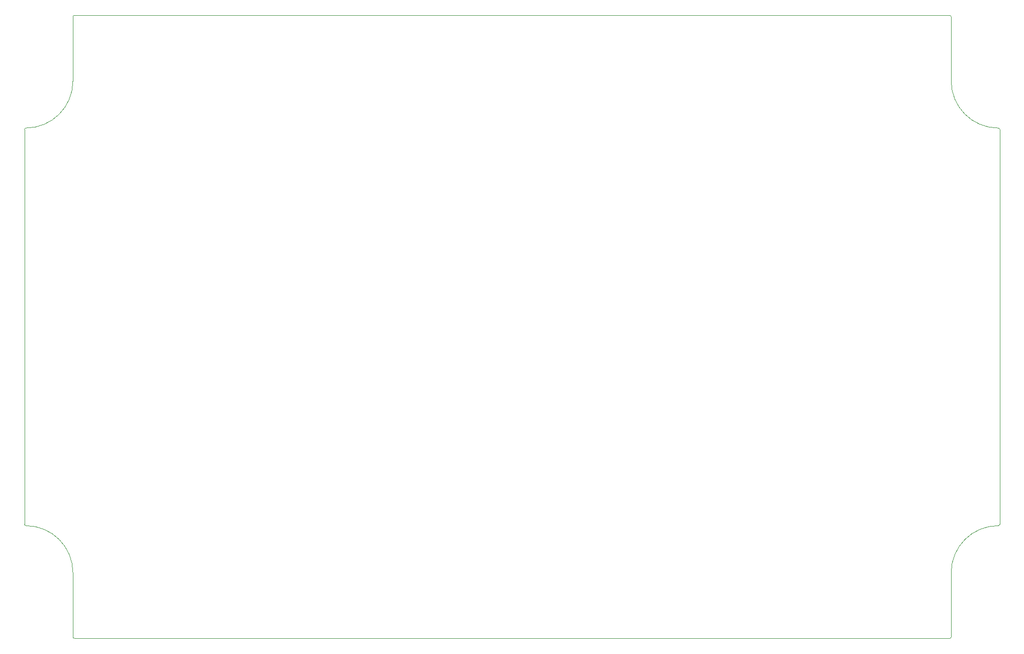
<source format=gbr>
%TF.GenerationSoftware,Altium Limited,Altium Designer,23.6.0 (18)*%
G04 Layer_Color=0*
%FSLAX43Y43*%
%MOMM*%
%TF.SameCoordinates,02C31AF8-F4BC-48A1-AB84-B672334353EB*%
%TF.FilePolarity,Positive*%
%TF.FileFunction,Profile,NP*%
%TF.Part,Single*%
G01*
G75*
%TA.AperFunction,Profile*%
%ADD57C,0.025*%
D57*
X-44Y18606D02*
G02*
X-294Y18856I0J250D01*
G01*
Y86776D01*
D02*
G02*
X-44Y87026I250J0D01*
G01*
D02*
G03*
X8037Y95107I0J8081D01*
G01*
Y106116D01*
X8034Y106156D01*
D02*
G02*
X8288Y106410I254J0D01*
G01*
X8328Y106407D01*
X158757D01*
D02*
G02*
X159008Y106156I0J-250D01*
G01*
Y95107D01*
D02*
G03*
X167049Y87026I8081J0D01*
G01*
X167088Y87030D01*
D02*
G02*
X167342Y86776I0J-254D01*
G01*
X167339Y86736D01*
Y18896D01*
X167342Y18856D01*
D02*
G02*
X167088Y18603I-254J0D01*
G01*
X167049Y18606D01*
D02*
G03*
X159008Y10525I39J-8081D01*
G01*
Y-484D01*
X159011Y-524D01*
D02*
G02*
X158757Y-777I-254J0D01*
G01*
X158717Y-774D01*
X8328D01*
X8288Y-777D01*
D02*
G02*
X8034Y-524I0J254D01*
G01*
X8037Y-484D01*
Y10525D01*
D02*
G03*
X-44Y18606I-8081J0D01*
G01*
%TF.MD5,b290f2c697d0c0c547fcbfe4bf453fa3*%
M02*

</source>
